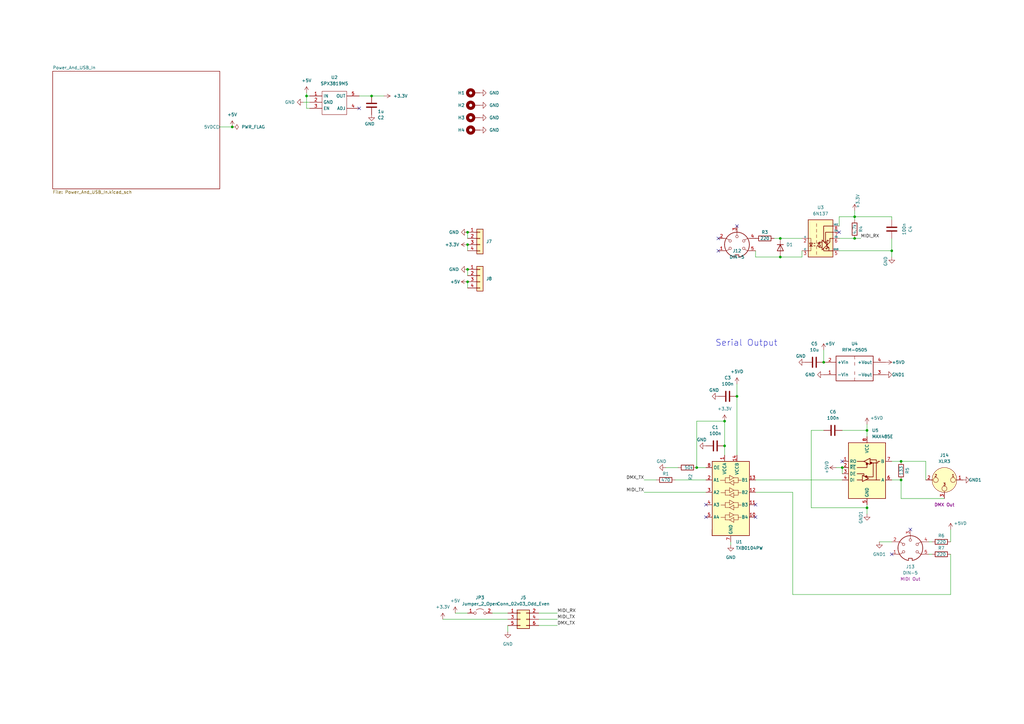
<source format=kicad_sch>
(kicad_sch (version 20211123) (generator eeschema)
  (paper "A3")
  (title_block (title "ModularDeck v1") (comment 1 "Board: PortsBoard") (comment 2 "Authors: Shantea Controls & Tim Nelson"))
  (lib_symbols
    (symbol "Conn_01x04_1" (pin_names (offset 1.016) hide)
      (property "Reference" "J" (at 0 5.08 0))
      (property "Value" "Conn_01x04_1" (at 0 -7.62 0))
      (symbol "Conn_01x04_1_1_1"
        (rectangle (start -1.27 -4.953) (end 0 -5.207) (stroke (width 0.1524)))
        (rectangle (start -1.27 -2.413) (end 0 -2.667) (stroke (width 0.1524)))
        (rectangle (start -1.27 0.127) (end 0 -0.127) (stroke (width 0.1524)))
        (rectangle (start -1.27 2.667) (end 0 2.413) (stroke (width 0.1524)))
        (rectangle (start -1.27 3.81) (end 1.27 -6.35) (stroke (width 0.254)) (fill (type background)))
        (pin passive line (at -5.08 2.54 0) (length 3.81) (name "Pin_1") (number "1"))
        (pin passive line (at -5.08 0 0) (length 3.81) (name "Pin_2") (number "2"))
        (pin passive line (at -5.08 -2.54 0) (length 3.81) (name "Pin_3") (number "3"))
        (pin passive line (at -5.08 -5.08 0) (length 3.81) (name "Pin_4") (number "4"))
      )
    )
    (symbol "Connector:DIN-5" (pin_names (offset 1.016))
      (property "Reference" "J" (at 3.175 5.715 0))
      (property "Value" "DIN-5" (at 0 -6.35 0))
      (symbol "DIN-5_0_1"
        (arc (start -5.08 0) (mid -3.8609 -3.3364) (end -0.762 -5.08) (stroke (width 0.254)))
        (circle (center -2.794 -1.524) (radius 0.508))
        (circle (center -2.794 1.524) (radius 0.508))
        (polyline (pts (xy 0 5.08) (xy 0 3.81)))
        (polyline (pts (xy -5.08 -2.54) (xy -4.318 -2.54) (xy -3.175 -1.905)))
        (polyline (pts (xy -5.08 2.54) (xy -4.318 2.54) (xy -3.175 1.905)))
        (polyline (pts (xy 5.08 -2.54) (xy 4.318 -2.54) (xy 3.175 -1.905)))
        (polyline (pts (xy 5.08 2.54) (xy 4.318 2.54) (xy 3.175 1.905)))
        (polyline (pts (xy -0.762 -4.953) (xy -0.762 -4.191) (xy 0.762 -4.191) (xy 0.762 -4.953)) (stroke (width 0.254)))
        (circle (center 0 3.302) (radius 0.508))
        (arc (start 0.762 -5.08) (mid 3.8685 -3.343) (end 5.08 0) (stroke (width 0.254)))
        (circle (center 2.794 -1.524) (radius 0.508))
        (circle (center 2.794 1.524) (radius 0.508))
        (arc (start 5.08 0) (mid 0 5.08) (end -5.08 0) (stroke (width 0.254)))
      )
      (symbol "DIN-5_1_1"
        (pin passive line (at -7.62 -2.54 0) (length 2.54) (name "~") (number "1"))
        (pin passive line (at -7.62 2.54 0) (length 2.54) (name "~") (number "2"))
        (pin passive line (at 0 7.62 270) (length 2.54) (name "~") (number "3"))
        (pin passive line (at 7.62 2.54 180) (length 2.54) (name "~") (number "4"))
        (pin passive line (at 7.62 -2.54 180) (length 2.54) (name "~") (number "5"))
      )
    )
    (symbol "Connector:XLR3" (pin_names hide)
      (property "Reference" "J" (at 0 8.89 0))
      (property "Value" "XLR3" (at 0 6.35 0))
      (symbol "XLR3_0_1"
        (circle (center -3.556 0) (radius 1.016))
        (circle (center 0 -3.556) (radius 1.016))
        (polyline (pts (xy -5.08 0) (xy -4.572 0)))
        (polyline (pts (xy 0 -5.08) (xy 0 -4.572)))
        (polyline (pts (xy 5.08 0) (xy 4.572 0)))
        (circle (center 0 0) (radius 5.08) (fill (type background)))
        (circle (center 3.556 0) (radius 1.016))
        (text "1" (at -3.556 1.778 0) (effects (font (size 1.016 1.016) bold)))
        (text "2" (at 3.556 1.778 0) (effects (font (size 1.016 1.016) bold)))
        (text "3" (at 0 -1.778 0) (effects (font (size 1.016 1.016) bold)))
        (pin passive line (at -7.62 0 0) (length 2.54) (name "~") (number "1"))
        (pin passive line (at 7.62 0 180) (length 2.54) (name "~") (number "2"))
        (pin passive line (at 0 -7.62 90) (length 2.54) (name "~") (number "3"))
      )
    )
    (symbol "Connector_Generic:Conn_01x04" (pin_names (offset 1.016) hide)
      (property "Reference" "J" (at 0 5.08 0))
      (property "Value" "Conn_01x04" (at 0 -7.62 0))
      (symbol "Conn_01x04_1_1"
        (rectangle (start -1.27 -4.953) (end 0 -5.207) (stroke (width 0.1524)))
        (rectangle (start -1.27 -2.413) (end 0 -2.667) (stroke (width 0.1524)))
        (rectangle (start -1.27 0.127) (end 0 -0.127) (stroke (width 0.1524)))
        (rectangle (start -1.27 2.667) (end 0 2.413) (stroke (width 0.1524)))
        (rectangle (start -1.27 3.81) (end 1.27 -6.35) (stroke (width 0.254)) (fill (type background)))
        (pin passive line (at -5.08 2.54 0) (length 3.81) (name "Pin_1") (number "1"))
        (pin passive line (at -5.08 0 0) (length 3.81) (name "Pin_2") (number "2"))
        (pin passive line (at -5.08 -2.54 0) (length 3.81) (name "Pin_3") (number "3"))
        (pin passive line (at -5.08 -5.08 0) (length 3.81) (name "Pin_4") (number "4"))
      )
    )
    (symbol "Connector_Generic:Conn_02x03_Odd_Even" (pin_names (offset 1.016) hide)
      (property "Reference" "J" (at 1.27 5.08 0))
      (property "Value" "Conn_02x03_Odd_Even" (at 1.27 -5.08 0))
      (symbol "Conn_02x03_Odd_Even_1_1"
        (rectangle (start -1.27 -2.413) (end 0 -2.667) (stroke (width 0.1524)))
        (rectangle (start -1.27 0.127) (end 0 -0.127) (stroke (width 0.1524)))
        (rectangle (start -1.27 2.667) (end 0 2.413) (stroke (width 0.1524)))
        (rectangle (start -1.27 3.81) (end 3.81 -3.81) (stroke (width 0.254)) (fill (type background)))
        (rectangle (start 3.81 -2.413) (end 2.54 -2.667) (stroke (width 0.1524)))
        (rectangle (start 3.81 0.127) (end 2.54 -0.127) (stroke (width 0.1524)))
        (rectangle (start 3.81 2.667) (end 2.54 2.413) (stroke (width 0.1524)))
        (pin passive line (at -5.08 2.54 0) (length 3.81) (name "Pin_1") (number "1"))
        (pin passive line (at 7.62 2.54 180) (length 3.81) (name "Pin_2") (number "2"))
        (pin passive line (at -5.08 0 0) (length 3.81) (name "Pin_3") (number "3"))
        (pin passive line (at 7.62 0 180) (length 3.81) (name "Pin_4") (number "4"))
        (pin passive line (at -5.08 -2.54 0) (length 3.81) (name "Pin_5") (number "5"))
        (pin passive line (at 7.62 -2.54 180) (length 3.81) (name "Pin_6") (number "6"))
      )
    )
    (symbol "DIN-5_1" (pin_names (offset 1.016))
      (property "Reference" "J" (at 3.175 5.715 0))
      (property "Value" "DIN-5_1" (at 0 -6.35 0))
      (symbol "DIN-5_1_0_1"
        (arc (start -5.08 0) (mid -3.8609 -3.3364) (end -0.762 -5.08) (stroke (width 0.254)))
        (circle (center -2.794 -1.524) (radius 0.508))
        (circle (center -2.794 1.524) (radius 0.508))
        (polyline (pts (xy 0 5.08) (xy 0 3.81)))
        (polyline (pts (xy -5.08 -2.54) (xy -4.318 -2.54) (xy -3.175 -1.905)))
        (polyline (pts (xy -5.08 2.54) (xy -4.318 2.54) (xy -3.175 1.905)))
        (polyline (pts (xy 5.08 -2.54) (xy 4.318 -2.54) (xy 3.175 -1.905)))
        (polyline (pts (xy 5.08 2.54) (xy 4.318 2.54) (xy 3.175 1.905)))
        (polyline (pts (xy -0.762 -4.953) (xy -0.762 -4.191) (xy 0.762 -4.191) (xy 0.762 -4.953)) (stroke (width 0.254)))
        (circle (center 0 3.302) (radius 0.508))
        (arc (start 0.762 -5.08) (mid 3.8685 -3.343) (end 5.08 0) (stroke (width 0.254)))
        (circle (center 2.794 -1.524) (radius 0.508))
        (circle (center 2.794 1.524) (radius 0.508))
        (arc (start 5.08 0) (mid 0 5.08) (end -5.08 0) (stroke (width 0.254)))
      )
      (symbol "DIN-5_1_1_1"
        (pin passive line (at -7.62 -2.54 0) (length 2.54) (name "~") (number "1"))
        (pin passive line (at -7.62 2.54 0) (length 2.54) (name "~") (number "2"))
        (pin passive line (at 0 7.62 270) (length 2.54) (name "~") (number "3"))
        (pin passive line (at 7.62 2.54 180) (length 2.54) (name "~") (number "4"))
        (pin passive line (at 7.62 -2.54 180) (length 2.54) (name "~") (number "5"))
      )
    )
    (symbol "Device:C" (pin_numbers hide) (pin_names (offset 0.254))
      (property "Reference" "C" (at 0.635 2.54 0))
      (property "Value" "C" (at 0.635 -2.54 0))
      (symbol "C_0_1"
        (polyline (pts (xy -2.032 -0.762) (xy 2.032 -0.762)) (stroke (width 0.508)))
        (polyline (pts (xy -2.032 0.762) (xy 2.032 0.762)) (stroke (width 0.508)))
      )
      (symbol "C_1_1"
        (pin passive line (at 0 3.81 270) (length 2.794) (name "~") (number "1"))
        (pin passive line (at 0 -3.81 90) (length 2.794) (name "~") (number "2"))
      )
    )
    (symbol "Device:R" (pin_numbers hide) (pin_names (offset 0))
      (property "Reference" "R" (at 2.032 0 90))
      (property "Value" "R" (at 0 0 90))
      (symbol "R_0_1"
        (rectangle (start -1.016 -2.54) (end 1.016 2.54) (stroke (width 0.254)))
      )
      (symbol "R_1_1"
        (pin passive line (at 0 3.81 270) (length 1.27) (name "~") (number "1"))
        (pin passive line (at 0 -3.81 90) (length 1.27) (name "~") (number "2"))
      )
    )
    (symbol "Diode:1N4148WT" (pin_numbers hide) (pin_names (offset 1.016) hide)
      (property "Reference" "D" (at 0 2.54 0))
      (property "Value" "1N4148WT" (at 0 -2.54 0))
      (symbol "1N4148WT_0_1"
        (polyline (pts (xy -1.27 1.27) (xy -1.27 -1.27)) (stroke (width 0.254)))
        (polyline (pts (xy 1.27 0) (xy -1.27 0)))
        (polyline (pts (xy 1.27 1.27) (xy 1.27 -1.27) (xy -1.27 0) (xy 1.27 1.27)) (stroke (width 0.254)))
      )
      (symbol "1N4148WT_1_1"
        (pin passive line (at -3.81 0 0) (length 2.54) (name "K") (number "1"))
        (pin passive line (at 3.81 0 180) (length 2.54) (name "A") (number "2"))
      )
    )
    (symbol "Interface_UART:MAX485E"
      (property "Reference" "U" (at -6.096 11.43 0))
      (property "Value" "MAX485E" (at 0.762 11.43 0))
      (symbol "MAX485E_0_1"
        (rectangle (start -7.62 10.16) (end 7.62 -12.7) (stroke (width 0.254)) (fill (type background)))
        (circle (center -0.3048 -3.683) (radius 0.3556) (stroke (width 0.254)) (fill (type outline)))
        (circle (center -0.0254 1.4986) (radius 0.3556) (stroke (width 0.254)) (fill (type outline)))
        (polyline (pts (xy -4.064 -5.08) (xy -1.905 -5.08)) (stroke (width 0.254)))
        (polyline (pts (xy -4.064 2.54) (xy -1.27 2.54)) (stroke (width 0.254)))
        (polyline (pts (xy -1.27 -3.2004) (xy -1.27 -3.4544)) (stroke (width 0.254)))
        (polyline (pts (xy -0.635 -5.08) (xy 5.334 -5.08)) (stroke (width 0.254)))
        (polyline (pts (xy -4.064 -2.54) (xy -1.27 -2.54) (xy -1.27 -3.175)) (stroke (width 0.254)))
        (polyline (pts (xy 0 1.27) (xy 0 0) (xy -4.064 0)) (stroke (width 0.254)))
        (polyline (pts (xy 1.27 3.175) (xy 3.81 3.175) (xy 3.81 -5.08)) (stroke (width 0.254)))
        (polyline (pts (xy 2.54 1.905) (xy 2.54 -3.81) (xy 0 -3.81)) (stroke (width 0.254)))
        (polyline (pts (xy -1.905 -3.175) (xy -1.905 -5.715) (xy 0.635 -4.445) (xy -1.905 -3.175)) (stroke (width 0.254)))
        (polyline (pts (xy -1.27 2.54) (xy 1.27 3.81) (xy 1.27 1.27) (xy -1.27 2.54)) (stroke (width 0.254)))
        (polyline (pts (xy 1.905 1.905) (xy 4.445 1.905) (xy 4.445 2.54) (xy 5.334 2.54)) (stroke (width 0.254)))
        (rectangle (start 1.27 3.175) (end 1.27 3.175))
        (circle (center 1.651 1.905) (radius 0.3556) (stroke (width 0.254)) (fill (type outline)))
      )
      (symbol "MAX485E_1_1"
        (pin output line (at -10.16 2.54 0) (length 2.54) (name "RO") (number "1"))
        (pin input line (at -10.16 0 0) (length 2.54) (name "~{RE}") (number "2"))
        (pin input line (at -10.16 -2.54 0) (length 2.54) (name "DE") (number "3"))
        (pin input line (at -10.16 -5.08 0) (length 2.54) (name "DI") (number "4"))
        (pin power_in line (at 0 -15.24 90) (length 2.54) (name "GND") (number "5"))
        (pin bidirectional line (at 10.16 -5.08 180) (length 2.54) (name "A") (number "6"))
        (pin bidirectional line (at 10.16 2.54 180) (length 2.54) (name "B") (number "7"))
        (pin power_in line (at 0 12.7 270) (length 2.54) (name "VCC") (number "8"))
      )
    )
    (symbol "Isolator:6N137" (pin_names (offset 0))
      (property "Reference" "U" (at -4.064 8.89 0))
      (property "Value" "6N137" (at 0 -8.89 0))
      (symbol "6N137_0_1"
        (polyline (pts (xy 2.667 -3.556) (xy 2.667 -1.651)) (stroke (width 0.254)))
        (polyline (pts (xy 2.667 -2.159) (xy 2.667 -2.921)) (stroke (width 0.254)))
        (polyline (pts (xy 3.429 -3.937) (xy 3.429 -5.08)) (stroke (width 0.254)))
        (polyline (pts (xy -0.635 -3.302) (xy -0.635 -3.683) (xy 0.635 -3.683)) (stroke (width 0.254)))
        (polyline (pts (xy -0.635 -1.905) (xy -0.635 -1.524) (xy 0.508 -1.524)) (stroke (width 0.254)))
        (polyline (pts (xy 1.27 -4.064) (xy 1.27 -5.08) (xy 5.08 -5.08)) (stroke (width 0.254)))
        (polyline (pts (xy 1.27 -1.27) (xy 1.27 5.08) (xy 5.08 5.08)) (stroke (width 0.254)))
        (polyline (pts (xy 2.032 -1.27) (xy 2.032 2.54) (xy 5.08 2.54)) (stroke (width 0.254)))
        (polyline (pts (xy -5.08 -5.08) (xy -3.937 -5.08) (xy -3.937 0) (xy -5.08 0)))
        (polyline (pts (xy 2.667 -3.302) (xy 2.667 -4.318) (xy 2.159 -4.318) (xy 2.159 -3.937)) (stroke (width 0.254)))
        (polyline (pts (xy 2.667 -2.667) (xy 0.635 -4.699) (xy 0.635 -0.635) (xy 2.667 -2.667)) (stroke (width 0.254)))
        (polyline (pts (xy 2.667 -1.778) (xy 2.667 -0.762) (xy 3.175 -0.762) (xy 3.175 -1.143)) (stroke (width 0.254)))
        (polyline (pts (xy 2.794 -2.54) (xy 3.81 -1.524) (xy 3.81 0) (xy 5.08 0)) (stroke (width 0.254)))
        (polyline (pts (xy 2.667 -3.175) (xy 3.429 -3.937) (xy 3.302 -3.556) (xy 3.048 -3.81) (xy 3.429 -3.937)) (stroke (width 0.254)))
        (circle (center 2.032 -1.524) (radius 0.254) (stroke (width 0.254)))
      )
      (symbol "6N137_1_1"
        (rectangle (start -5.08 7.62) (end 5.08 -7.62) (stroke (width 0.254)) (fill (type background)))
        (polyline (pts (xy -4.572 -3.175) (xy -3.302 -3.175)) (stroke (width 0.254)))
        (polyline (pts (xy -1.651 -5.334) (xy -1.651 -6.604)))
        (polyline (pts (xy -1.651 -3.048) (xy -1.651 -4.318)))
        (polyline (pts (xy -1.651 -0.762) (xy -1.651 -2.032)))
        (polyline (pts (xy -1.651 1.524) (xy -1.651 0.254)))
        (polyline (pts (xy -1.651 3.81) (xy -1.651 2.54)))
        (polyline (pts (xy -1.651 6.096) (xy -1.651 4.826)))
        (polyline (pts (xy -1.27 -1.905) (xy 0 -1.905)) (stroke (width 0.254)))
        (polyline (pts (xy -3.937 -3.175) (xy -4.572 -1.905) (xy -3.302 -1.905) (xy -3.937 -3.175)) (stroke (width 0.254)))
        (polyline (pts (xy -0.635 -1.905) (xy -1.27 -3.175) (xy 0 -3.175) (xy -0.635 -1.905)) (stroke (width 0.254)))
        (polyline (pts (xy -2.921 -3.048) (xy -2.159 -3.048) (xy -2.54 -3.175) (xy -2.54 -2.921) (xy -2.159 -3.048)) (stroke (width 0.127)))
        (polyline (pts (xy -2.921 -2.032) (xy -2.159 -2.032) (xy -2.54 -2.159) (xy -2.54 -1.905) (xy -2.159 -2.032)) (stroke (width 0.127)))
        (pin no_connect line (at -5.08 5.08 0) (length 2.54) hide (name "NC") (number "1"))
        (pin passive line (at -7.62 0 0) (length 2.54) (name "A") (number "2"))
        (pin passive line (at -7.62 -5.08 0) (length 2.54) (name "C") (number "3"))
        (pin power_in line (at 7.62 -5.08 180) (length 2.54) (name "GND") (number "5"))
        (pin open_collector line (at 7.62 0 180) (length 2.54) (name "VO") (number "6"))
        (pin input line (at 7.62 2.54 180) (length 2.54) (name "EN") (number "7"))
        (pin power_in line (at 7.62 5.08 180) (length 2.54) (name "VCC") (number "8"))
      )
    )
    (symbol "Jumper:Jumper_2_Open" (pin_names (offset 0) hide)
      (property "Reference" "JP" (at 0 2.794 0))
      (property "Value" "Jumper_2_Open" (at 0 -2.286 0))
      (symbol "Jumper_2_Open_0_0"
        (circle (center -2.032 0) (radius 0.508))
        (circle (center 2.032 0) (radius 0.508))
      )
      (symbol "Jumper_2_Open_0_1"
        (arc (start 1.524 1.27) (mid 0 1.778) (end -1.524 1.27))
      )
      (symbol "Jumper_2_Open_1_1"
        (pin passive line (at -5.08 0 0) (length 2.54) (name "A") (number "1"))
        (pin passive line (at 5.08 0 180) (length 2.54) (name "B") (number "2"))
      )
    )
    (symbol "Logic_LevelTranslator:TXB0104PW"
      (property "Reference" "U" (at -6.35 16.51 0))
      (property "Value" "TXB0104PW" (at 3.81 16.51 0))
      (symbol "TXB0104PW_0_1"
        (rectangle (start -7.62 -15.24) (end -7.62 -12.7) (stroke (width 0.254)))
        (rectangle (start -7.62 15.24) (end 7.62 -15.24) (stroke (width 0.254)) (fill (type background)))
        (polyline (pts (xy -2.286 -7.747) (xy -2.286 -6.731) (xy -0.508 -6.731)))
        (polyline (pts (xy -2.286 -2.667) (xy -2.286 -1.651) (xy -0.508 -1.651)))
        (polyline (pts (xy -2.286 2.413) (xy -2.286 3.429) (xy -0.508 3.429)))
        (polyline (pts (xy -2.286 7.493) (xy -2.286 8.509) (xy -0.508 8.509)))
        (polyline (pts (xy 3.048 -7.747) (xy 3.048 -8.763) (xy 1.27 -8.763)))
        (polyline (pts (xy 3.048 -2.667) (xy 3.048 -3.683) (xy 1.27 -3.683)))
        (polyline (pts (xy 3.048 2.413) (xy 3.048 1.397) (xy 1.27 1.397)))
        (polyline (pts (xy 3.048 7.493) (xy 3.048 6.477) (xy 1.27 6.477)))
        (polyline (pts (xy -0.508 -8.763) (xy -2.286 -8.763) (xy -2.286 -7.747) (xy -4.064 -7.747)))
        (polyline (pts (xy -0.508 -8.763) (xy 1.27 -7.747) (xy 1.27 -9.779) (xy -0.508 -8.763)))
        (polyline (pts (xy -0.508 -3.683) (xy -2.286 -3.683) (xy -2.286 -2.667) (xy -4.064 -2.667)))
        (polyline (pts (xy -0.508 -3.683) (xy 1.27 -2.667) (xy 1.27 -4.699) (xy -0.508 -3.683)))
        (polyline (pts (xy -0.508 1.397) (xy -2.286 1.397) (xy -2.286 2.413) (xy -4.064 2.413)))
        (polyline (pts (xy -0.508 1.397) (xy 1.27 2.413) (xy 1.27 0.381) (xy -0.508 1.397)))
        (polyline (pts (xy -0.508 6.477) (xy -2.286 6.477) (xy -2.286 7.493) (xy -4.318 7.493)))
        (polyline (pts (xy -0.508 6.477) (xy 1.27 7.493) (xy 1.27 5.461) (xy -0.508 6.477)))
        (polyline (pts (xy 1.27 -6.731) (xy -0.508 -7.747) (xy -0.508 -5.715) (xy 1.27 -6.731)))
        (polyline (pts (xy 1.27 -6.731) (xy 3.048 -6.731) (xy 3.048 -7.747) (xy 4.318 -7.747)))
        (polyline (pts (xy 1.27 -1.651) (xy -0.508 -2.667) (xy -0.508 -0.635) (xy 1.27 -1.651)))
        (polyline (pts (xy 1.27 -1.651) (xy 3.048 -1.651) (xy 3.048 -2.667) (xy 4.318 -2.667)))
        (polyline (pts (xy 1.27 3.429) (xy -0.508 2.413) (xy -0.508 4.445) (xy 1.27 3.429)))
        (polyline (pts (xy 1.27 3.429) (xy 3.048 3.429) (xy 3.048 2.413) (xy 4.318 2.413)))
        (polyline (pts (xy 1.27 8.509) (xy -0.508 7.493) (xy -0.508 9.525) (xy 1.27 8.509)))
        (polyline (pts (xy 1.27 8.509) (xy 3.048 8.509) (xy 3.048 7.493) (xy 4.318 7.493)))
      )
      (symbol "TXB0104PW_1_1"
        (pin power_in line (at -2.54 17.78 270) (length 2.54) (name "VCCA") (number "1"))
        (pin bidirectional line (at 10.16 -7.62 180) (length 2.54) (name "B4") (number "10"))
        (pin bidirectional line (at 10.16 -2.54 180) (length 2.54) (name "B3") (number "11"))
        (pin bidirectional line (at 10.16 2.54 180) (length 2.54) (name "B2") (number "12"))
        (pin bidirectional line (at 10.16 7.62 180) (length 2.54) (name "B1") (number "13"))
        (pin power_in line (at 2.54 17.78 270) (length 2.54) (name "VCCB") (number "14"))
        (pin bidirectional line (at -10.16 7.62 0) (length 2.54) (name "A1") (number "2"))
        (pin bidirectional line (at -10.16 2.54 0) (length 2.54) (name "A2") (number "3"))
        (pin bidirectional line (at -10.16 -2.54 0) (length 2.54) (name "A3") (number "4"))
        (pin bidirectional line (at -10.16 -7.62 0) (length 2.54) (name "A4") (number "5"))
        (pin no_connect line (at -10.16 -12.7 0) (length 2.54) hide (name "NC") (number "6"))
        (pin power_in line (at 0 -17.78 90) (length 2.54) (name "GND") (number "7"))
        (pin input line (at -10.16 12.7 0) (length 2.54) (name "OE") (number "8"))
        (pin no_connect line (at 10.16 -12.7 180) (length 2.54) hide (name "NC") (number "9"))
      )
    )
    (symbol "Mechanical:MountingHole_Pad" (pin_numbers hide) (pin_names (offset 1.016) hide)
      (property "Reference" "H" (at 0 6.35 0))
      (property "Value" "MountingHole_Pad" (at 0 4.445 0))
      (symbol "MountingHole_Pad_0_1"
        (circle (center 0 1.27) (radius 1.27) (stroke (width 1.27)))
      )
      (symbol "MountingHole_Pad_1_1"
        (pin input line (at 0 -2.54 90) (length 2.54) (name "1") (number "1"))
      )
    )
    (symbol "igor_lib:RFM-0505"
      (property "Reference" "U?" (at 7.62 13.97 0))
      (property "Value" "RFM-0505" (at 7.62 11.43 0))
      (symbol "RFM-0505_0_0"
        (pin power_in line (at -5.08 2.54 0) (length 5.08) (name "-Vin") (number "1"))
        (pin power_in line (at -5.08 7.62 0) (length 5.08) (name "+Vin") (number "2"))
        (pin power_out line (at 20.32 2.54 180) (length 5.08) (name "-Vout") (number "3"))
        (pin power_out line (at 20.32 7.62 180) (length 5.08) (name "+Vout") (number "4"))
      )
      (symbol "RFM-0505_0_1"
        (polyline (pts (xy 7.62 1.27) (xy 7.62 0)))
        (polyline (pts (xy 7.62 3.81) (xy 7.62 2.54)))
        (polyline (pts (xy 7.62 7.62) (xy 7.62 6.35)))
        (polyline (pts (xy 7.62 10.16) (xy 7.62 8.89)))
        (rectangle (start 0 10.16) (end 15.24 0) (stroke (width 0.254)))
      )
    )
    (symbol "igor_lib:SPX3819M5"
      (property "Reference" "U?" (at 5.08 13.97 0))
      (property "Value" "SPX3819M5" (at 5.08 11.43 0))
      (symbol "SPX3819M5_0_1"
        (rectangle (start 0 9.525) (end 10.16 0))
      )
      (symbol "SPX3819M5_1_1"
        (pin power_in line (at -5.08 7.62 0) (length 5.08) (name "IN") (number "1"))
        (pin power_in line (at -5.08 5.08 0) (length 5.08) (name "GND") (number "2"))
        (pin input line (at -5.08 2.54 0) (length 5.08) (name "EN") (number "3"))
        (pin input line (at 15.24 2.54 180) (length 5.08) (name "ADJ") (number "4"))
        (pin power_out line (at 15.24 7.62 180) (length 5.08) (name "OUT") (number "5"))
      )
    )
    (symbol "power:+3.3V" (power) (pin_names (offset 0))
      (property "Value" "+3.3V" (at 0 3.556 0))
      (symbol "+3.3V_0_1"
        (polyline (pts (xy -0.762 1.27) (xy 0 2.54)))
        (polyline (pts (xy 0 0) (xy 0 2.54)))
        (polyline (pts (xy 0 2.54) (xy 0.762 1.27)))
      )
      (symbol "+3.3V_1_1"
        (pin power_in line (at 0 0 90) (length 0) hide (name "+3.3V") (number "1"))
      )
    )
    (symbol "power:+5V" (power) (pin_names (offset 0))
      (property "Value" "+5V" (at 0 3.556 0))
      (symbol "+5V_0_1"
        (polyline (pts (xy -0.762 1.27) (xy 0 2.54)))
        (polyline (pts (xy 0 0) (xy 0 2.54)))
        (polyline (pts (xy 0 2.54) (xy 0.762 1.27)))
      )
      (symbol "+5V_1_1"
        (pin power_in line (at 0 0 90) (length 0) hide (name "+5V") (number "1"))
      )
    )
    (symbol "power:+5VD" (power) (pin_names (offset 0))
      (property "Value" "+5VD" (at 0 3.556 0))
      (symbol "+5VD_0_1"
        (polyline (pts (xy -0.762 1.27) (xy 0 2.54)))
        (polyline (pts (xy 0 0) (xy 0 2.54)))
        (polyline (pts (xy 0 2.54) (xy 0.762 1.27)))
      )
      (symbol "+5VD_1_1"
        (pin power_in line (at 0 0 90) (length 0) hide (name "+5VD") (number "1"))
      )
    )
    (symbol "power:GND" (power) (pin_names (offset 0))
      (property "Value" "GND" (at 0 -3.81 0))
      (symbol "GND_0_1"
        (polyline (pts (xy 0 0) (xy 0 -1.27) (xy 1.27 -1.27) (xy 0 -2.54) (xy -1.27 -1.27) (xy 0 -1.27)))
      )
      (symbol "GND_1_1"
        (pin power_in line (at 0 0 270) (length 0) hide (name "GND") (number "1"))
      )
    )
    (symbol "power:GND1" (power) (pin_names (offset 0))
      (property "Value" "GND1" (at 0 -3.81 0))
      (symbol "GND1_0_1"
        (polyline (pts (xy 0 0) (xy 0 -1.27) (xy 1.27 -1.27) (xy 0 -2.54) (xy -1.27 -1.27) (xy 0 -1.27)))
      )
      (symbol "GND1_1_1"
        (pin power_in line (at 0 0 270) (length 0) hide (name "GND1") (number "1"))
      )
    )
    (symbol "power:PWR_FLAG" (power) (pin_numbers hide) (pin_names (offset 0) hide)
      (property "Value" "PWR_FLAG" (at 0 3.81 0))
      (symbol "PWR_FLAG_0_0"
        (pin power_out line (at 0 0 90) (length 0) (name "pwr") (number "1"))
      )
      (symbol "PWR_FLAG_0_1"
        (polyline (pts (xy 0 0) (xy 0 1.27) (xy -1.016 1.905) (xy 0 2.54) (xy 1.016 1.905) (xy 0 1.27)))
      )
    )
  )
  (junction (at 320.04 105.41))
  (junction (at 369.57 189.23))
  (junction (at 350.52 97.79))
  (junction (at 297.18 182.88))
  (junction (at 345.44 191.77))
  (junction (at 125.73 39.37))
  (junction (at 95.25 52.07))
  (junction (at 369.57 196.85))
  (junction (at 302.26 162.56))
  (junction (at 152.4 39.37))
  (junction (at 191.77 115.57))
  (junction (at 191.77 95.25))
  (junction (at 285.75 191.77))
  (junction (at 297.18 172.72))
  (junction (at 350.52 88.9))
  (junction (at 355.6 176.53))
  (junction (at 191.77 100.33))
  (junction (at 191.77 110.49))
  (junction (at 365.76 102.87))
  (junction (at 337.82 148.59))
  (junction (at 355.6 208.28))
  (junction (at 320.04 97.79))
  (no_connect (at 344.17 95.25))
  (no_connect (at 294.64 97.79))
  (no_connect (at 302.26 92.71))
  (no_connect (at 309.88 212.09))
  (no_connect (at 309.88 207.01))
  (no_connect (at 289.56 212.09))
  (no_connect (at 289.56 207.01))
  (no_connect (at 294.64 102.87))
  (no_connect (at 365.76 227.33))
  (no_connect (at 373.38 217.17))
  (no_connect (at 345.44 189.23))
  (no_connect (at 147.32 44.45))
  (wire (pts (xy 186.69 251.46) (xy 191.77 251.46)))
  (wire (pts (xy 191.77 115.57) (xy 191.77 118.11)))
  (wire (pts (xy 325.12 243.84) (xy 389.89 243.84)))
  (wire (pts (xy 365.76 196.85) (xy 369.57 196.85)))
  (wire (pts (xy 389.89 243.84) (xy 389.89 227.33)))
  (wire (pts (xy 320.04 97.79) (xy 328.93 97.79)))
  (wire (pts (xy 389.89 217.17) (xy 389.89 222.25)))
  (wire (pts (xy 365.76 189.23) (xy 369.57 189.23)))
  (wire (pts (xy 309.88 105.41) (xy 320.04 105.41)))
  (wire (pts (xy 309.88 196.85) (xy 345.44 196.85)))
  (wire (pts (xy 273.05 191.77) (xy 278.13 191.77)))
  (wire (pts (xy 309.88 201.93) (xy 325.12 201.93)))
  (wire (pts (xy 355.6 208.28) (xy 355.6 210.82)))
  (wire (pts (xy 125.73 38.1) (xy 125.73 39.37)))
  (wire (pts (xy 299.72 222.25) (xy 299.72 223.52)))
  (wire (pts (xy 344.17 88.9) (xy 350.52 88.9)))
  (wire (pts (xy 328.93 102.87) (xy 328.93 105.41)))
  (wire (pts (xy 337.82 143.51) (xy 337.82 148.59)))
  (wire (pts (xy 90.17 52.07) (xy 95.25 52.07)))
  (wire (pts (xy 344.17 92.71) (xy 344.17 88.9)))
  (wire (pts (xy 337.82 176.53) (xy 332.74 176.53)))
  (wire (pts (xy 201.93 251.46) (xy 208.28 251.46)))
  (wire (pts (xy 344.17 97.79) (xy 350.52 97.79)))
  (wire (pts (xy 350.52 88.9) (xy 350.52 90.17)))
  (wire (pts (xy 344.17 102.87) (xy 365.76 102.87)))
  (wire (pts (xy 369.57 189.23) (xy 379.73 189.23)))
  (wire (pts (xy 325.12 201.93) (xy 325.12 243.84)))
  (wire (pts (xy 264.16 201.93) (xy 289.56 201.93)))
  (wire (pts (xy 355.6 207.01) (xy 355.6 208.28)))
  (wire (pts (xy 276.86 196.85) (xy 289.56 196.85)))
  (wire (pts (xy 297.18 182.88) (xy 297.18 186.69)))
  (wire (pts (xy 125.73 39.37) (xy 125.73 44.45)))
  (wire (pts (xy 317.5 97.79) (xy 320.04 97.79)))
  (wire (pts (xy 345.44 191.77) (xy 345.44 194.31)))
  (wire (pts (xy 127 44.45) (xy 125.73 44.45)))
  (wire (pts (xy 152.4 39.37) (xy 147.32 39.37)))
  (wire (pts (xy 181.61 254) (xy 208.28 254)))
  (wire (pts (xy 297.18 172.72) (xy 285.75 172.72)))
  (wire (pts (xy 208.28 256.54) (xy 208.28 259.08)))
  (wire (pts (xy 342.9 191.77) (xy 345.44 191.77)))
  (wire (pts (xy 350.52 97.79) (xy 353.06 97.79)))
  (wire (pts (xy 379.73 196.85) (xy 379.73 189.23)))
  (wire (pts (xy 365.76 88.9) (xy 365.76 90.17)))
  (wire (pts (xy 369.57 196.85) (xy 369.57 204.47)))
  (wire (pts (xy 125.73 39.37) (xy 127 39.37)))
  (wire (pts (xy 220.98 251.46) (xy 228.6 251.46)))
  (wire (pts (xy 302.26 162.56) (xy 302.26 186.69)))
  (wire (pts (xy 191.77 110.49) (xy 191.77 113.03)))
  (wire (pts (xy 382.27 227.33) (xy 381 227.33)))
  (wire (pts (xy 264.16 196.85) (xy 269.24 196.85)))
  (wire (pts (xy 355.6 176.53) (xy 355.6 179.07)))
  (wire (pts (xy 191.77 100.33) (xy 191.77 102.87)))
  (wire (pts (xy 332.74 208.28) (xy 355.6 208.28)))
  (wire (pts (xy 220.98 254) (xy 228.6 254)))
  (wire (pts (xy 320.04 105.41) (xy 328.93 105.41)))
  (wire (pts (xy 285.75 172.72) (xy 285.75 191.77)))
  (wire (pts (xy 309.88 105.41) (xy 309.88 102.87)))
  (wire (pts (xy 365.76 102.87) (xy 365.76 105.41)))
  (wire (pts (xy 350.52 86.36) (xy 350.52 88.9)))
  (wire (pts (xy 350.52 88.9) (xy 365.76 88.9)))
  (wire (pts (xy 382.27 222.25) (xy 381 222.25)))
  (wire (pts (xy 355.6 173.99) (xy 355.6 176.53)))
  (wire (pts (xy 302.26 157.48) (xy 302.26 162.56)))
  (wire (pts (xy 297.18 172.72) (xy 297.18 182.88)))
  (wire (pts (xy 124.46 41.91) (xy 127 41.91)))
  (wire (pts (xy 360.68 222.25) (xy 365.76 222.25)))
  (wire (pts (xy 157.48 39.37) (xy 152.4 39.37)))
  (wire (pts (xy 369.57 204.47) (xy 387.35 204.47)))
  (wire (pts (xy 332.74 176.53) (xy 332.74 208.28)))
  (wire (pts (xy 220.98 256.54) (xy 228.6 256.54)))
  (wire (pts (xy 345.44 176.53) (xy 355.6 176.53)))
  (wire (pts (xy 365.76 97.79) (xy 365.76 102.87)))
  (wire (pts (xy 285.75 191.77) (xy 289.56 191.77)))
  (wire (pts (xy 191.77 95.25) (xy 191.77 97.79)))
  (text "Serial Output" (at 293.37 142.24 0) (effects (font (size 2.54 2.54)) (justify left bottom)))
  (label "MIDI_RX" (at 353.06 97.79 0))
  (label "MIDI_TX" (at 264.16 201.93 180))
  (label "MIDI_TX" (at 228.6 254 0))
  (label "DMX_TX" (at 228.6 256.54 0))
  (label "MIDI_RX" (at 228.6 251.46 0))
  (label "DMX_TX" (at 264.16 196.85 180))
  (symbol (lib_id "power:GND") (at 337.82 153.67 270) (mirror x) (unit 1)
    (property "Reference" "#PWR0110" (effects hide))
    (property "Value" "GND" (at 330.2 153.67 90) (effects (justify left)))
  )
  (symbol (lib_id "Device:C") (at 152.4 43.18 0) (mirror x) (unit 1)
    (property "Reference" "C2" (at 156.21 48.26 0))
    (property "Value" "1u" (at 156.21 45.72 0))
    (property "Footprint" "Capacitor_SMD:C_0402_1005Metric" (effects hide))
    (property "LCSC" "C52923" (effects hide))
  )
  (symbol (lib_id "power:+5V") (at 95.25 52.07 0) (unit 1)
    (property "Reference" "#PWR0151" (effects hide))
    (property "Value" "+5V" (at 95.25 46.99 0))
  )
  (symbol (lib_id "Isolator:6N137") (at 336.55 97.79 0) (unit 1)
    (property "Reference" "U3" (at 336.55 85.09 0))
    (property "Value" "6N137" (at 336.55 87.63 0))
    (property "Footprint" "Package_DIP:DIP-8_W7.62mm" (effects hide))
    (property "Datasheet" "https://docs.broadcom.com/docs/AV02-0940EN" (effects hide))
  )
  (symbol (lib_id "Device:R") (at 281.94 191.77 270) (unit 1)
    (property "Reference" "R2" (at 283.2101 194.31 0) (effects (justify left)))
    (property "Value" "50k" (at 280.67 191.77 90) (effects (justify left)))
  )
  (symbol (lib_id "Device:C") (at 341.63 176.53 90) (unit 1)
    (property "Reference" "C6" (at 341.63 168.91 90))
    (property "Value" "100n" (at 341.63 171.45 90))
    (property "Footprint" "Capacitor_SMD:C_0402_1005Metric" (effects hide))
    (property "LCSC" "C1525" (effects hide))
  )
  (symbol (lib_id "power:GND") (at 124.46 41.91 270) (unit 1)
    (property "Reference" "#PWR010" (effects hide))
    (property "Value" "GND" (at 116.84 41.91 90) (effects (justify left)))
  )
  (symbol (lib_id "Mechanical:MountingHole_Pad") (at 194.31 53.34 90) (unit 1)
    (property "Reference" "H4" (at 189.23 53.34 90))
    (property "Value" "MountingHole_Pad" (effects hide))
    (property "Footprint" "MountingHole:MountingHole_3.2mm_M3_DIN965_Pad" (effects hide))
  )
  (symbol (lib_id "power:GND") (at 273.05 191.77 270) (unit 1)
    (property "Reference" "#PWR0115" (effects hide))
    (property "Value" "~" (at 269.24 189.23 90) (effects (justify left)))
  )
  (symbol (lib_id "Logic_LevelTranslator:TXB0104PW") (at 299.72 204.47 0) (unit 1)
    (property "Reference" "U1" (at 301.7394 222.25 0) (effects (justify left)))
    (property "Value" "TXB0104PW" (at 301.7394 224.79 0) (effects (justify left)))
    (property "Footprint" "Package_SO:TSSOP-14_4.4x5mm_P0.65mm" (effects hide))
    (property "Datasheet" "http://www.ti.com/lit/ds/symlink/txb0104.pdf" (effects hide))
  )
  (symbol (lib_id "power:GND") (at 365.76 105.41 0) (unit 1)
    (property "Reference" "#PWR0111" (effects hide))
    (property "Value" "GND" (at 363.22 109.22 90) (effects (justify left)))
  )
  (symbol (lib_id "Device:R") (at 273.05 196.85 90) (unit 1)
    (property "Reference" "R1" (at 273.05 194.31 90))
    (property "Value" "470" (at 273.05 196.85 90))
    (property "Footprint" "Resistor_SMD:R_0402_1005Metric" (effects hide))
    (property "LCSC" "C25117" (effects hide))
  )
  (symbol (lib_id "power:GND") (at 191.77 110.49 270) (unit 1)
    (property "Reference" "#PWR0168" (effects hide))
    (property "Value" "GND" (at 184.15 110.49 90) (effects (justify left)))
  )
  (symbol (lib_id "igor_lib:RFM-0505") (at 342.9 156.21 0) (unit 1)
    (property "Reference" "U4" (at 350.52 140.97 0))
    (property "Value" "RFM-0505" (at 350.52 143.51 0))
    (property "Footprint" "igor_footprint_lib:RFM-0505" (effects hide))
  )
  (symbol (lib_id "power:GND") (at 196.85 53.34 90) (unit 1)
    (property "Reference" "#PWR0167" (effects hide))
    (property "Value" "GND" (at 200.66 53.3399 90) (effects (justify right)))
  )
  (symbol (lib_id "power:GND") (at 196.85 43.18 90) (unit 1)
    (property "Reference" "#PWR0165" (effects hide))
    (property "Value" "GND" (at 200.66 43.1799 90) (effects (justify right)))
  )
  (symbol (lib_id "power:GND") (at 294.64 162.56 270) (unit 1)
    (property "Reference" "#PWR0119" (effects hide))
    (property "Value" "~" (at 290.83 160.02 90) (effects (justify left)))
  )
  (symbol (lib_id "Connector:XLR3") (at 387.35 196.85 0) (mirror y) (unit 1)
    (property "Reference" "J14" (at 387.35 186.69 0))
    (property "Value" "XLR3" (at 387.35 189.23 0))
    (property "Footprint" "igor_footprint_lib:TRAPC3MX" (effects hide))
    (property "Datasheet" " ~" (effects hide))
    (property "Signal" "DMX Out" (at 387.35 207.01 0))
  )
  (symbol (lib_id "power:GND") (at 208.28 259.08 0) (unit 1)
    (property "Reference" "#PWR0113" (effects hide))
    (property "Value" "GND" (at 208.28 264.16 0))
  )
  (symbol (lib_id "power:GND") (at 191.77 95.25 270) (unit 1)
    (property "Reference" "#PWR0169" (effects hide))
    (property "Value" "GND" (at 184.15 95.25 90) (effects (justify left)))
  )
  (symbol (lib_id "Device:R") (at 369.57 193.04 0) (unit 1)
    (property "Reference" "R5" (at 372.11 193.04 90))
    (property "Value" "133" (at 369.57 193.04 90))
    (property "Footprint" "Resistor_SMD:R_0402_1005Metric" (effects hide))
    (property "LCSC" "C497125" (effects hide))
  )
  (symbol (lib_id "power:+3.3V") (at 181.61 254 0) (unit 1)
    (property "Reference" "#PWR0152" (effects hide))
    (property "Value" "+3.3V" (at 181.61 248.92 0))
  )
  (symbol (lib_id "power:+3.3V") (at 191.77 100.33 90) (unit 1)
    (property "Reference" "#PWR0116" (effects hide))
    (property "Value" "+3.3V" (at 185.42 100.33 90))
  )
  (symbol (lib_name "DIN-5_1") (lib_id "Connector:DIN-5") (at 373.38 224.79 0) (unit 1)
    (property "Reference" "J13" (at 373.3801 232.41 0))
    (property "Value" "DIN-5" (at 373.3801 234.95 0))
    (property "Footprint" "igor_footprint_lib:DIN5" (effects hide))
    (property "Datasheet" "http://www.mouser.com/ds/2/18/40_c091_abd_e-75918.pdf" (effects hide))
    (property "Signal" "MIDI Out" (at 373.38 237.49 0))
  )
  (symbol (lib_id "Device:C") (at 365.76 93.98 0) (mirror x) (unit 1)
    (property "Reference" "C4" (at 373.38 93.98 90))
    (property "Value" "100n" (at 370.84 93.98 90))
    (property "Footprint" "Capacitor_SMD:C_0402_1005Metric" (effects hide))
    (property "LCSC" "C1525" (effects hide))
  )
  (symbol (lib_id "Connector_Generic:Conn_02x03_Odd_Even") (at 213.36 254 0) (unit 1)
    (property "Reference" "J5" (at 214.63 245.11 0))
    (property "Value" "Conn_02x03_Odd_Even" (at 214.63 247.65 0))
  )
  (symbol (lib_id "Mechanical:MountingHole_Pad") (at 194.31 38.1 90) (unit 1)
    (property "Reference" "H1" (at 189.23 38.1 90))
    (property "Value" "MountingHole_Pad" (effects hide))
    (property "Footprint" "MountingHole:MountingHole_3.2mm_M3_DIN965_Pad" (effects hide))
  )
  (symbol (lib_id "Interface_UART:MAX485E") (at 355.6 191.77 0) (unit 1)
    (property "Reference" "U5" (at 357.6194 176.53 0) (effects (justify left)))
    (property "Value" "MAX485E" (at 357.6194 179.07 0) (effects (justify left)))
    (property "Datasheet" "https://datasheets.maximintegrated.com/en/ds/MAX1487E-MAX491E.pdf" (effects hide))
  )
  (symbol (lib_id "Device:C") (at 293.37 182.88 90) (unit 1)
    (property "Reference" "C1" (at 293.37 175.26 90))
    (property "Value" "100n" (at 293.37 177.8 90))
    (property "LCSC" "C1525" (effects hide))
  )
  (symbol (lib_id "Mechanical:MountingHole_Pad") (at 194.31 48.26 90) (unit 1)
    (property "Reference" "H3" (at 189.23 48.26 90))
    (property "Value" "MountingHole_Pad" (effects hide))
    (property "Footprint" "MountingHole:MountingHole_3.2mm_M3_DIN965_Pad" (effects hide))
  )
  (symbol (lib_id "Device:R") (at 386.08 227.33 90) (unit 1)
    (property "Reference" "R7" (at 386.08 224.79 90))
    (property "Value" "220" (at 386.08 227.33 90))
    (property "Footprint" "Resistor_SMD:R_0402_1005Metric" (effects hide))
    (property "LCSC" "C25077" (effects hide))
  )
  (symbol (lib_id "power:GND") (at 196.85 38.1 90) (unit 1)
    (property "Reference" "#PWR0164" (effects hide))
    (property "Value" "GND" (at 200.66 38.0999 90) (effects (justify right)))
  )
  (symbol (lib_id "Device:C") (at 334.01 148.59 90) (unit 1)
    (property "Reference" "C5" (at 334.01 140.97 90))
    (property "Value" "10u" (at 334.01 143.51 90))
    (property "Footprint" "Capacitor_SMD:C_0402_1005Metric" (effects hide))
    (property "LCSC" "C15525" (effects hide))
  )
  (symbol (lib_id "Device:R") (at 350.52 93.98 0) (unit 1)
    (property "Reference" "R4" (at 353.06 93.98 90))
    (property "Value" "4.7k" (at 350.52 93.98 90))
    (property "Footprint" "Resistor_SMD:R_0402_1005Metric" (effects hide))
    (property "LCSC" "C25900" (effects hide))
  )
  (symbol (lib_id "power:+5VD") (at 355.6 173.99 0) (unit 1)
    (property "Reference" "#PWR0101" (effects hide))
    (property "Value" "+5VD" (at 356.87 171.45 0) (effects (justify left)))
  )
  (symbol (lib_id "power:+5V") (at 191.77 115.57 90) (mirror x) (unit 1)
    (property "Reference" "#PWR0174" (effects hide))
    (property "Value" "+5V" (at 186.69 115.57 90))
  )
  (symbol (lib_id "Mechanical:MountingHole_Pad") (at 194.31 43.18 90) (unit 1)
    (property "Reference" "H2" (at 189.23 43.18 90))
    (property "Value" "MountingHole_Pad" (effects hide))
    (property "Footprint" "MountingHole:MountingHole_3.2mm_M3_DIN965_Pad" (effects hide))
  )
  (symbol (lib_id "power:GND") (at 330.2 148.59 270) (unit 1)
    (property "Reference" "#PWR0105" (effects hide))
    (property "Value" "GND" (at 326.39 146.05 90) (effects (justify left)))
  )
  (symbol (lib_id "power:+5V") (at 125.73 38.1 0) (unit 1)
    (property "Reference" "#PWR011" (effects hide))
    (property "Value" "+5V" (at 125.73 33.02 0))
  )
  (symbol (lib_id "power:+5VD") (at 302.26 157.48 0) (unit 1)
    (property "Reference" "#PWR0118" (effects hide))
    (property "Value" "+5VD" (at 302.26 152.4 0))
  )
  (symbol (lib_id "power:PWR_FLAG") (at 95.25 52.07 270) (unit 1)
    (property "Reference" "#FLG0103" (effects hide))
    (property "Value" "PWR_FLAG" (at 99.06 52.0699 90) (effects (justify left)))
  )
  (symbol (lib_id "Diode:1N4148WT") (at 320.04 101.6 270) (unit 1)
    (property "Reference" "D1" (at 323.85 100.33 90))
    (property "Value" "1N4148WT" (effects hide))
    (property "Footprint" "Diode_SMD:D_SOD-523" (effects hide))
    (property "Datasheet" "https://www.diodes.com/assets/Datasheets/ds30396.pdf" (effects hide))
    (property "LCSC" "C232841" (effects hide))
  )
  (symbol (lib_id "Jumper:Jumper_2_Open") (at 196.85 251.46 0) (unit 1)
    (property "Reference" "JP3" (at 196.85 245.11 0))
    (property "Value" "Jumper_2_Open" (at 196.85 247.65 0))
  )
  (symbol (lib_id "power:GND1") (at 360.68 222.25 0) (unit 1)
    (property "Reference" "#PWR0108" (effects hide))
    (property "Value" "GND1" (at 360.68 227.33 0))
  )
  (symbol (lib_id "power:GND1") (at 355.6 210.82 0) (unit 1)
    (property "Reference" "#PWR0109" (effects hide))
    (property "Value" "GND1" (at 353.06 209.55 90) (effects (justify right)))
  )
  (symbol (lib_id "power:GND") (at 196.85 48.26 90) (unit 1)
    (property "Reference" "#PWR0166" (effects hide))
    (property "Value" "GND" (at 200.66 48.2599 90) (effects (justify right)))
  )
  (symbol (lib_name "Conn_01x04_1") (lib_id "Connector_Generic:Conn_01x04") (at 196.85 113.03 0) (unit 1)
    (property "Reference" "J8" (at 199.39 114.3 0) (effects (justify left)))
    (property "Value" "Conn_01x04" (effects hide))
    (property "Footprint" "Connector_JST:JST_XH_B4B-XH-A_1x04_P2.50mm_Vertical" (effects hide))
    (property "LCSC" "C131334" (effects hide))
  )
  (symbol (lib_id "Device:R") (at 313.69 97.79 90) (unit 1)
    (property "Reference" "R3" (at 313.69 95.25 90))
    (property "Value" "220" (at 313.69 97.79 90))
    (property "Footprint" "Resistor_SMD:R_0402_1005Metric" (effects hide))
    (property "LCSC" "C25091" (effects hide))
  )
  (symbol (lib_id "power:GND") (at 289.56 182.88 270) (unit 1)
    (property "Reference" "#PWR0117" (effects hide))
    (property "Value" "~" (at 285.75 180.34 90) (effects (justify left)))
  )
  (symbol (lib_id "power:GND1") (at 394.97 196.85 90) (unit 1)
    (property "Reference" "#PWR0107" (effects hide))
    (property "Value" "GND1" (at 402.59 196.85 90) (effects (justify left)))
  )
  (symbol (lib_id "power:+3.3V") (at 157.48 39.37 270) (unit 1)
    (property "Reference" "#PWR0153" (effects hide))
    (property "Value" "+3.3V" (at 161.29 39.3699 90) (effects (justify left)))
  )
  (symbol (lib_id "Device:R") (at 386.08 222.25 90) (unit 1)
    (property "Reference" "R6" (at 386.08 219.71 90))
    (property "Value" "220" (at 386.08 222.25 90))
    (property "Footprint" "Resistor_SMD:R_0402_1005Metric" (effects hide))
    (property "LCSC" "C25105" (effects hide))
  )
  (symbol (lib_id "power:+5V") (at 186.69 251.46 0) (unit 1)
    (property "Reference" "#PWR0146" (effects hide))
    (property "Value" "+5V" (at 186.69 246.38 0))
  )
  (symbol (lib_id "Connector:DIN-5") (at 302.26 100.33 0) (unit 1)
    (property "Reference" "J12" (at 302.2601 102.87 0))
    (property "Value" "DIN-5" (at 302.2601 105.41 0))
    (property "Footprint" "igor_footprint_lib:DIN5" (effects hide))
    (property "Datasheet" "http://www.mouser.com/ds/2/18/40_c091_abd_e-75918.pdf" (effects hide))
  )
  (symbol (lib_id "power:+5VD") (at 363.22 148.59 270) (unit 1)
    (property "Reference" "#PWR0102" (effects hide))
    (property "Value" "+5VD" (at 365.76 148.59 90) (effects (justify left)))
  )
  (symbol (lib_id "power:GND1") (at 363.22 153.67 90) (mirror x) (unit 1)
    (property "Reference" "#PWR0104" (effects hide))
    (property "Value" "GND1" (at 365.76 153.67 90) (effects (justify right)))
  )
  (symbol (lib_id "power:+5VD") (at 342.9 191.77 90) (unit 1)
    (property "Reference" "#PWR0120" (effects hide))
    (property "Value" "+5VD" (at 339.09 194.31 0) (effects (justify left)))
  )
  (symbol (lib_id "power:+3.3V") (at 297.18 172.72 0) (unit 1)
    (property "Reference" "#PWR0150" (effects hide))
    (property "Value" "+3.3V" (at 297.18 167.64 0))
  )
  (symbol (lib_id "igor_lib:SPX3819M5") (at 132.08 46.99 0) (unit 1)
    (property "Reference" "U2" (at 137.16 31.75 0))
    (property "Value" "SPX3819M5" (at 137.16 34.29 0))
    (property "Footprint" "Package_TO_SOT_SMD:SOT-23-5" (effects hide))
    (property "LCSC" "C9055" (effects hide))
  )
  (symbol (lib_id "power:+5VD") (at 389.89 217.17 0) (unit 1)
    (property "Reference" "#PWR0106" (effects hide))
    (property "Value" "+5VD" (at 391.16 214.63 0) (effects (justify left)))
  )
  (symbol (lib_id "Connector_Generic:Conn_01x04") (at 196.85 97.79 0) (unit 1)
    (property "Reference" "J7" (at 199.39 99.06 0) (effects (justify left)))
    (property "Value" "Conn_01x04" (effects hide))
    (property "Footprint" "Connector_JST:JST_XH_B4B-XH-A_1x04_P2.50mm_Vertical" (effects hide))
    (property "LCSC" "C131334" (effects hide))
  )
  (symbol (lib_id "Device:C") (at 298.45 162.56 90) (unit 1)
    (property "Reference" "C3" (at 298.45 154.94 90))
    (property "Value" "100n" (at 298.45 157.48 90))
    (property "LCSC" "C1525" (effects hide))
  )
  (symbol (lib_id "power:GND") (at 152.4 46.99 0) (mirror y) (unit 1)
    (property "Reference" "#PWR013" (effects hide))
    (property "Value" "GND" (at 153.67 50.8 0) (effects (justify left)))
  )
  (symbol (lib_id "power:+3.3V") (at 350.52 86.36 0) (unit 1)
    (property "Reference" "#PWR0112" (effects hide))
    (property "Value" "+3.3V" (at 351.79 82.55 90))
  )
  (symbol (lib_id "power:GND") (at 299.72 223.52 0) (unit 1)
    (property "Reference" "#PWR0114" (effects hide))
    (property "Value" "GND" (at 299.72 228.6 0))
  )
  (symbol (lib_id "power:+5V") (at 337.82 143.51 0) (unit 1)
    (property "Reference" "#PWR0103" (effects hide))
    (property "Value" "+5V" (at 340.36 140.97 0))
  )
  (sheet (at 21.59 29.21) (size 68.58 48.26) (stroke (width 0.1524))
    (property "Sheet name" "Power_And_USB_In" (at 21.59 28.4984 0) (effects (justify left bottom)))
    (property "Sheet file" "Power_And_USB_In.kicad_sch" (at 21.59 78.0546 0) (effects (justify left top)))
    (pin "5VDC" output (at 90.17 52.07 0))
  )
)
</source>
